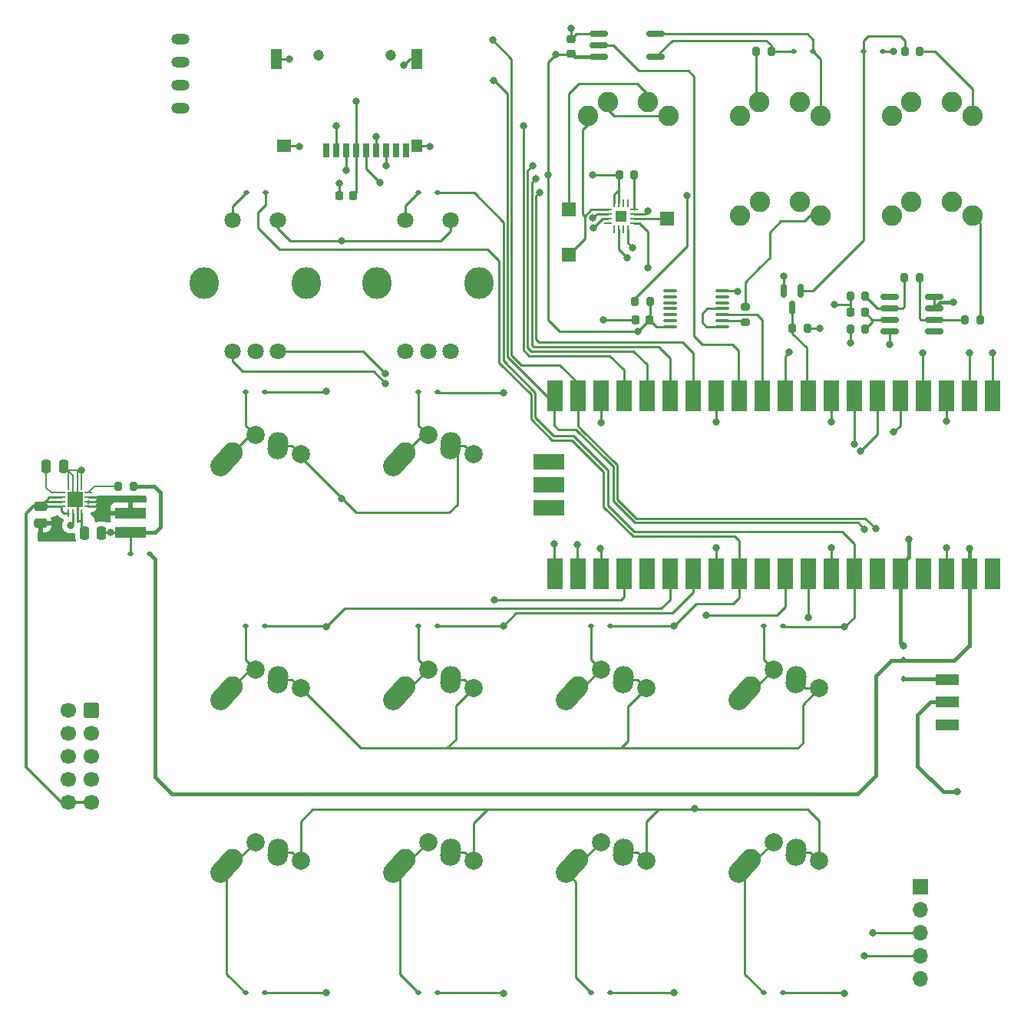
<source format=gbr>
%TF.GenerationSoftware,KiCad,Pcbnew,7.0.2*%
%TF.CreationDate,2023-07-16T23:26:32-06:00*%
%TF.ProjectId,dc31,64633331-2e6b-4696-9361-645f70636258,rev?*%
%TF.SameCoordinates,Original*%
%TF.FileFunction,Copper,L1,Top*%
%TF.FilePolarity,Positive*%
%FSLAX46Y46*%
G04 Gerber Fmt 4.6, Leading zero omitted, Abs format (unit mm)*
G04 Created by KiCad (PCBNEW 7.0.2) date 2023-07-16 23:26:32*
%MOMM*%
%LPD*%
G01*
G04 APERTURE LIST*
G04 Aperture macros list*
%AMRoundRect*
0 Rectangle with rounded corners*
0 $1 Rounding radius*
0 $2 $3 $4 $5 $6 $7 $8 $9 X,Y pos of 4 corners*
0 Add a 4 corners polygon primitive as box body*
4,1,4,$2,$3,$4,$5,$6,$7,$8,$9,$2,$3,0*
0 Add four circle primitives for the rounded corners*
1,1,$1+$1,$2,$3*
1,1,$1+$1,$4,$5*
1,1,$1+$1,$6,$7*
1,1,$1+$1,$8,$9*
0 Add four rect primitives between the rounded corners*
20,1,$1+$1,$2,$3,$4,$5,0*
20,1,$1+$1,$4,$5,$6,$7,0*
20,1,$1+$1,$6,$7,$8,$9,0*
20,1,$1+$1,$8,$9,$2,$3,0*%
%AMHorizOval*
0 Thick line with rounded ends*
0 $1 width*
0 $2 $3 position (X,Y) of the first rounded end (center of the circle)*
0 $4 $5 position (X,Y) of the second rounded end (center of the circle)*
0 Add line between two ends*
20,1,$1,$2,$3,$4,$5,0*
0 Add two circle primitives to create the rounded ends*
1,1,$1,$2,$3*
1,1,$1,$4,$5*%
G04 Aperture macros list end*
%TA.AperFunction,ComponentPad*%
%ADD10O,1.700000X1.700000*%
%TD*%
%TA.AperFunction,ComponentPad*%
%ADD11R,1.700000X1.700000*%
%TD*%
%TA.AperFunction,ComponentPad*%
%ADD12C,1.800000*%
%TD*%
%TA.AperFunction,ComponentPad*%
%ADD13O,3.200000X3.500000*%
%TD*%
%TA.AperFunction,ComponentPad*%
%ADD14HorizOval,2.250000X0.025506X0.374132X-0.025506X-0.374132X0*%
%TD*%
%TA.AperFunction,ComponentPad*%
%ADD15C,2.000000*%
%TD*%
%TA.AperFunction,ComponentPad*%
%ADD16HorizOval,2.250000X0.654995X0.730004X-0.654995X-0.730004X0*%
%TD*%
%TA.AperFunction,ComponentPad*%
%ADD17C,2.250000*%
%TD*%
%TA.AperFunction,SMDPad,CuDef*%
%ADD18R,2.500000X1.250000*%
%TD*%
%TA.AperFunction,WasherPad*%
%ADD19C,1.200000*%
%TD*%
%TA.AperFunction,SMDPad,CuDef*%
%ADD20R,0.700000X1.600000*%
%TD*%
%TA.AperFunction,SMDPad,CuDef*%
%ADD21R,1.200000X1.400000*%
%TD*%
%TA.AperFunction,SMDPad,CuDef*%
%ADD22R,1.200000X2.200000*%
%TD*%
%TA.AperFunction,SMDPad,CuDef*%
%ADD23R,1.600000X1.400000*%
%TD*%
%TA.AperFunction,ComponentPad*%
%ADD24O,2.000000X1.200000*%
%TD*%
%TA.AperFunction,SMDPad,CuDef*%
%ADD25RoundRect,0.112500X0.187500X0.112500X-0.187500X0.112500X-0.187500X-0.112500X0.187500X-0.112500X0*%
%TD*%
%TA.AperFunction,SMDPad,CuDef*%
%ADD26RoundRect,0.200000X-0.200000X-0.275000X0.200000X-0.275000X0.200000X0.275000X-0.200000X0.275000X0*%
%TD*%
%TA.AperFunction,SMDPad,CuDef*%
%ADD27RoundRect,0.250000X-0.250000X-0.475000X0.250000X-0.475000X0.250000X0.475000X-0.250000X0.475000X0*%
%TD*%
%TA.AperFunction,SMDPad,CuDef*%
%ADD28R,3.500000X1.700000*%
%TD*%
%TA.AperFunction,SMDPad,CuDef*%
%ADD29R,1.700000X3.500000*%
%TD*%
%TA.AperFunction,SMDPad,CuDef*%
%ADD30RoundRect,0.160000X0.840000X0.160000X-0.840000X0.160000X-0.840000X-0.160000X0.840000X-0.160000X0*%
%TD*%
%TA.AperFunction,SMDPad,CuDef*%
%ADD31RoundRect,0.225000X0.250000X-0.225000X0.250000X0.225000X-0.250000X0.225000X-0.250000X-0.225000X0*%
%TD*%
%TA.AperFunction,SMDPad,CuDef*%
%ADD32RoundRect,0.200000X0.200000X0.275000X-0.200000X0.275000X-0.200000X-0.275000X0.200000X-0.275000X0*%
%TD*%
%TA.AperFunction,SMDPad,CuDef*%
%ADD33RoundRect,0.150000X-0.150000X0.587500X-0.150000X-0.587500X0.150000X-0.587500X0.150000X0.587500X0*%
%TD*%
%TA.AperFunction,SMDPad,CuDef*%
%ADD34RoundRect,0.150000X-0.825000X-0.150000X0.825000X-0.150000X0.825000X0.150000X-0.825000X0.150000X0*%
%TD*%
%TA.AperFunction,SMDPad,CuDef*%
%ADD35R,3.400000X1.300000*%
%TD*%
%TA.AperFunction,SMDPad,CuDef*%
%ADD36R,1.500000X1.500000*%
%TD*%
%TA.AperFunction,SMDPad,CuDef*%
%ADD37RoundRect,0.112500X-0.112500X0.187500X-0.112500X-0.187500X0.112500X-0.187500X0.112500X0.187500X0*%
%TD*%
%TA.AperFunction,SMDPad,CuDef*%
%ADD38RoundRect,0.225000X0.225000X0.250000X-0.225000X0.250000X-0.225000X-0.250000X0.225000X-0.250000X0*%
%TD*%
%TA.AperFunction,SMDPad,CuDef*%
%ADD39RoundRect,0.062500X0.350000X0.062500X-0.350000X0.062500X-0.350000X-0.062500X0.350000X-0.062500X0*%
%TD*%
%TA.AperFunction,SMDPad,CuDef*%
%ADD40RoundRect,0.062500X0.062500X0.350000X-0.062500X0.350000X-0.062500X-0.350000X0.062500X-0.350000X0*%
%TD*%
%TA.AperFunction,ComponentPad*%
%ADD41C,0.500000*%
%TD*%
%TA.AperFunction,SMDPad,CuDef*%
%ADD42R,1.680000X1.680000*%
%TD*%
%TA.AperFunction,SMDPad,CuDef*%
%ADD43RoundRect,0.200000X-0.275000X0.200000X-0.275000X-0.200000X0.275000X-0.200000X0.275000X0.200000X0*%
%TD*%
%TA.AperFunction,SMDPad,CuDef*%
%ADD44R,1.230000X1.230000*%
%TD*%
%TA.AperFunction,SMDPad,CuDef*%
%ADD45RoundRect,0.100000X0.637500X0.100000X-0.637500X0.100000X-0.637500X-0.100000X0.637500X-0.100000X0*%
%TD*%
%TA.AperFunction,SMDPad,CuDef*%
%ADD46RoundRect,0.250000X-0.475000X0.250000X-0.475000X-0.250000X0.475000X-0.250000X0.475000X0.250000X0*%
%TD*%
%TA.AperFunction,SMDPad,CuDef*%
%ADD47RoundRect,0.250000X0.250000X0.475000X-0.250000X0.475000X-0.250000X-0.475000X0.250000X-0.475000X0*%
%TD*%
%TA.AperFunction,SMDPad,CuDef*%
%ADD48RoundRect,0.225000X-0.225000X-0.250000X0.225000X-0.250000X0.225000X0.250000X-0.225000X0.250000X0*%
%TD*%
%TA.AperFunction,ComponentPad*%
%ADD49RoundRect,0.250000X0.600000X0.600000X-0.600000X0.600000X-0.600000X-0.600000X0.600000X-0.600000X0*%
%TD*%
%TA.AperFunction,ComponentPad*%
%ADD50C,1.700000*%
%TD*%
%TA.AperFunction,SMDPad,CuDef*%
%ADD51RoundRect,0.112500X-0.187500X-0.112500X0.187500X-0.112500X0.187500X0.112500X-0.187500X0.112500X0*%
%TD*%
%TA.AperFunction,ViaPad*%
%ADD52C,0.800000*%
%TD*%
%TA.AperFunction,Conductor*%
%ADD53C,0.381000*%
%TD*%
%TA.AperFunction,Conductor*%
%ADD54C,0.254000*%
%TD*%
%TA.AperFunction,Conductor*%
%ADD55C,0.203200*%
%TD*%
%TA.AperFunction,Conductor*%
%ADD56C,0.304800*%
%TD*%
G04 APERTURE END LIST*
D10*
%TO.P,J3,5,Pin_5*%
%TO.N,RGB*%
X197070000Y-147299600D03*
%TO.P,J3,4,Pin_4*%
%TO.N,SCL*%
X197070000Y-144759600D03*
%TO.P,J3,3,Pin_3*%
%TO.N,SDA*%
X197070000Y-142219600D03*
%TO.P,J3,2,Pin_2*%
%TO.N,GND*%
X197070000Y-139679600D03*
D11*
%TO.P,J3,1,Pin_1*%
%TO.N,+3V3*%
X197070000Y-137139600D03*
%TD*%
D12*
%TO.P,SW12,S2,S2*%
%TO.N,C2*%
X145260000Y-63560000D03*
%TO.P,SW12,S1,S1*%
%TO.N,ENC2_SW*%
X140260000Y-63560000D03*
%TO.P,SW12,C,C*%
%TO.N,GND*%
X142760000Y-78060000D03*
%TO.P,SW12,B,B*%
%TO.N,ENC2_B*%
X145260000Y-78060000D03*
%TO.P,SW12,A,A*%
%TO.N,ENC2_A*%
X140260000Y-78060000D03*
D13*
%TO.P,SW12,1*%
%TO.N,N/C*%
X148360000Y-70560000D03*
X137160000Y-70560000D03*
%TD*%
%TO.P,SW11,1*%
%TO.N,N/C*%
X118110000Y-70560000D03*
X129310000Y-70560000D03*
D12*
%TO.P,SW11,A,A*%
%TO.N,ENC1_A*%
X121210000Y-78060000D03*
%TO.P,SW11,B,B*%
%TO.N,ENC1_B*%
X126210000Y-78060000D03*
%TO.P,SW11,C,C*%
%TO.N,GND*%
X123710000Y-78060000D03*
%TO.P,SW11,S1,S1*%
%TO.N,ENC1_SW*%
X121210000Y-63560000D03*
%TO.P,SW11,S2,S2*%
%TO.N,C2*%
X126210000Y-63560000D03*
%TD*%
D14*
%TO.P,SW1,1,1*%
%TO.N,C0*%
X126220000Y-114330000D03*
D15*
X128710000Y-115280000D03*
D16*
%TO.P,SW1,2,2*%
%TO.N,Net-(D1-A)*%
X120554995Y-115809996D03*
D17*
X121210000Y-115080000D03*
D15*
X123710000Y-113180000D03*
%TD*%
D14*
%TO.P,SW8,1,1*%
%TO.N,C1*%
X183370000Y-133380000D03*
D15*
X185860000Y-134330000D03*
D16*
%TO.P,SW8,2,2*%
%TO.N,Net-(D8-A)*%
X177704995Y-134859996D03*
D17*
X178360000Y-134130000D03*
D15*
X180860000Y-132230000D03*
%TD*%
D14*
%TO.P,SW7,1,1*%
%TO.N,C1*%
X164320000Y-133380000D03*
D15*
X166810000Y-134330000D03*
D16*
%TO.P,SW7,2,2*%
%TO.N,Net-(D7-A)*%
X158654995Y-134859996D03*
D17*
X159310000Y-134130000D03*
D15*
X161810000Y-132230000D03*
%TD*%
D14*
%TO.P,SW3,1,1*%
%TO.N,C0*%
X164320000Y-114330000D03*
D15*
X166810000Y-115280000D03*
D16*
%TO.P,SW3,2,2*%
%TO.N,Net-(D3-A)*%
X158654995Y-115809996D03*
D17*
X159310000Y-115080000D03*
D15*
X161810000Y-113180000D03*
%TD*%
D14*
%TO.P,SW2,1,1*%
%TO.N,C0*%
X145270000Y-114330000D03*
D15*
X147760000Y-115280000D03*
D16*
%TO.P,SW2,2,2*%
%TO.N,Net-(D2-A)*%
X139604995Y-115809996D03*
D17*
X140260000Y-115080000D03*
D15*
X142760000Y-113180000D03*
%TD*%
D14*
%TO.P,SW5,1,1*%
%TO.N,C1*%
X126220000Y-133380000D03*
D15*
X128710000Y-134330000D03*
D16*
%TO.P,SW5,2,2*%
%TO.N,Net-(D5-A)*%
X120554995Y-134859996D03*
D17*
X121210000Y-134130000D03*
D15*
X123710000Y-132230000D03*
%TD*%
D14*
%TO.P,SW9,1,1*%
%TO.N,C2*%
X126220000Y-88490000D03*
D15*
X128710000Y-89440000D03*
D16*
%TO.P,SW9,2,2*%
%TO.N,Net-(D9-A)*%
X120554995Y-89969996D03*
D17*
X121210000Y-89240000D03*
D15*
X123710000Y-87340000D03*
%TD*%
D14*
%TO.P,SW4,1,1*%
%TO.N,C0*%
X183370000Y-114330000D03*
D15*
X185860000Y-115280000D03*
D16*
%TO.P,SW4,2,2*%
%TO.N,Net-(D4-A)*%
X177704995Y-115809996D03*
D17*
X178360000Y-115080000D03*
D15*
X180860000Y-113180000D03*
%TD*%
D14*
%TO.P,SW6,1,1*%
%TO.N,C1*%
X145270000Y-133380000D03*
D15*
X147760000Y-134330000D03*
D16*
%TO.P,SW6,2,2*%
%TO.N,Net-(D6-A)*%
X139604995Y-134859996D03*
D17*
X140260000Y-134130000D03*
D15*
X142760000Y-132230000D03*
%TD*%
D14*
%TO.P,SW10,1,1*%
%TO.N,C2*%
X145270000Y-88490000D03*
D15*
X147760000Y-89440000D03*
D16*
%TO.P,SW10,2,2*%
%TO.N,Net-(D10-A)*%
X139604995Y-89969996D03*
D17*
X140260000Y-89240000D03*
D15*
X142760000Y-87340000D03*
%TD*%
D17*
%TO.P,J6,1*%
%TO.N,GND*%
X177175895Y-63080000D03*
%TO.P,J6,2*%
%TO.N,Net-(J6-Pad2)*%
X186075895Y-63080000D03*
%TO.P,J6,3*%
%TO.N,Net-(J6-Pad3)*%
X179325895Y-61580000D03*
%TO.P,J6,4*%
%TO.N,unconnected-(J6-Pad4)*%
X183775895Y-61580000D03*
%TD*%
%TO.P,J2,1*%
%TO.N,GND*%
X193910000Y-63090000D03*
%TO.P,J2,2*%
%TO.N,Net-(J2-Pad2)*%
X202810000Y-63090000D03*
%TO.P,J2,3*%
%TO.N,unconnected-(J2-Pad3)*%
X196060000Y-61590000D03*
%TO.P,J2,4*%
%TO.N,unconnected-(J2-Pad4)*%
X200510000Y-61590000D03*
%TD*%
%TO.P,J8,1*%
%TO.N,Net-(U3-OUTP)*%
X160421790Y-52070000D03*
%TO.P,J8,2*%
%TO.N,Net-(U3-OUTN)*%
X169321790Y-52070000D03*
%TO.P,J8,3*%
X162571790Y-50570000D03*
%TO.P,J8,4*%
%TO.N,Net-(J8-Pad4)*%
X167021790Y-50570000D03*
%TD*%
%TO.P,J5,1*%
%TO.N,unconnected-(J5-Pad1)*%
X177165895Y-52070000D03*
%TO.P,J5,2*%
%TO.N,Net-(D16-A)*%
X186065895Y-52070000D03*
%TO.P,J5,3*%
%TO.N,Net-(J5-Pad3)*%
X179315895Y-50570000D03*
%TO.P,J5,4*%
%TO.N,unconnected-(J5-Pad4)*%
X183765895Y-50570000D03*
%TD*%
%TO.P,J4,1*%
%TO.N,GND*%
X193910000Y-52070000D03*
%TO.P,J4,2*%
%TO.N,Net-(J4-Pad2)*%
X202810000Y-52070000D03*
%TO.P,J4,3*%
%TO.N,unconnected-(J4-Pad3)*%
X196060000Y-50570000D03*
%TO.P,J4,4*%
%TO.N,unconnected-(J4-Pad4)*%
X200510000Y-50570000D03*
%TD*%
D18*
%TO.P,SW14,1,A*%
%TO.N,unconnected-(SW14-A-Pad1)*%
X199985000Y-119270000D03*
%TO.P,SW14,2,B*%
%TO.N,Net-(SW14-B)*%
X199985000Y-116770000D03*
%TO.P,SW14,3,C*%
%TO.N,Net-(D15-A)*%
X199985000Y-114270000D03*
%TD*%
D19*
%TO.P,J9,*%
%TO.N,*%
X138670000Y-45420000D03*
X130690000Y-45420000D03*
D20*
%TO.P,J9,1,NC*%
%TO.N,unconnected-(J9-NC-Pad1)*%
X131540000Y-55920000D03*
%TO.P,J9,2,/CS*%
%TO.N,SD_CS*%
X132640000Y-55920000D03*
%TO.P,J9,3,DI*%
%TO.N,SD_MOSI*%
X133740000Y-55920000D03*
%TO.P,J9,4,VDD*%
%TO.N,+3V3*%
X134840000Y-55920000D03*
%TO.P,J9,5,CLK*%
%TO.N,SD_SCK*%
X135940000Y-55920000D03*
%TO.P,J9,6,VSS*%
%TO.N,GND*%
X137040000Y-55920000D03*
%TO.P,J9,7,DO*%
%TO.N,SD_MISO*%
X138140000Y-55920000D03*
%TO.P,J9,8,RSV*%
%TO.N,unconnected-(J9-RSV-Pad8)*%
X139240000Y-55920000D03*
%TO.P,J9,9,Cd*%
%TO.N,unconnected-(J9-Cd-Pad9)*%
X140340000Y-55920000D03*
D21*
%TO.P,J9,10,SHIELD*%
%TO.N,GND*%
X141490000Y-55420000D03*
D22*
X141490000Y-45820000D03*
D23*
X126890000Y-55420000D03*
D22*
X125990000Y-45820000D03*
%TD*%
D24*
%TO.P,J1,1,Pin_1*%
%TO.N,GND*%
X115480000Y-51190000D03*
%TO.P,J1,2,Pin_2*%
%TO.N,+3V3*%
X115480000Y-48650000D03*
%TO.P,J1,3,Pin_3*%
%TO.N,SCL*%
X115480000Y-46110000D03*
%TO.P,J1,4,Pin_4*%
%TO.N,SDA*%
X115480000Y-43570000D03*
%TD*%
D25*
%TO.P,D11,1,K*%
%TO.N,R2*%
X124837500Y-60540000D03*
%TO.P,D11,2,A*%
%TO.N,ENC1_SW*%
X122737500Y-60540000D03*
%TD*%
D26*
%TO.P,R11,2*%
%TO.N,+5V*%
X110275000Y-92990000D03*
%TO.P,R11,1*%
%TO.N,Net-(U6-PG)*%
X108625000Y-92990000D03*
%TD*%
D27*
%TO.P,C3,1*%
%TO.N,Net-(U6-SS{slash}TR)*%
X100640000Y-90750000D03*
%TO.P,C3,2*%
%TO.N,GND*%
X102540000Y-90750000D03*
%TD*%
D25*
%TO.P,D2,1,K*%
%TO.N,R1*%
X143787500Y-108380000D03*
%TO.P,D2,2,A*%
%TO.N,Net-(D2-A)*%
X141687500Y-108380000D03*
%TD*%
D28*
%TO.P,U1,43,SWDIO*%
%TO.N,unconnected-(U1-SWDIO-Pad43)*%
X156070000Y-95350000D03*
%TO.P,U1,42,GND*%
%TO.N,unconnected-(U1-GND-Pad42)*%
X156070000Y-92810000D03*
%TO.P,U1,41,SWCLK*%
%TO.N,unconnected-(U1-SWCLK-Pad41)*%
X156070000Y-90270000D03*
D29*
%TO.P,U1,40,VBUS*%
%TO.N,unconnected-(U1-VBUS-Pad40)*%
X205000000Y-102600000D03*
%TO.P,U1,39,VSYS*%
%TO.N,VCC*%
X202460000Y-102600000D03*
%TO.P,U1,38,GND*%
%TO.N,GND*%
X199920000Y-102600000D03*
%TO.P,U1,37,3V3_EN*%
%TO.N,unconnected-(U1-3V3_EN-Pad37)*%
X197380000Y-102600000D03*
%TO.P,U1,36,3V3*%
%TO.N,+3V3*%
X194840000Y-102600000D03*
%TO.P,U1,35,ADC_VREF*%
%TO.N,unconnected-(U1-ADC_VREF-Pad35)*%
X192300000Y-102600000D03*
%TO.P,U1,34,GPIO28_ADC2*%
%TO.N,R3*%
X189760000Y-102600000D03*
%TO.P,U1,33,AGND*%
%TO.N,GND*%
X187220000Y-102600000D03*
%TO.P,U1,32,GPIO27_ADC1*%
%TO.N,C0*%
X184680000Y-102600000D03*
%TO.P,U1,31,GPIO26_ADC0*%
%TO.N,C1*%
X182140000Y-102600000D03*
%TO.P,U1,30,RUN*%
%TO.N,unconnected-(U1-RUN-Pad30)*%
X179600000Y-102600000D03*
%TO.P,U1,29,GPIO22*%
%TO.N,R2*%
X177060000Y-102600000D03*
%TO.P,U1,28,GND*%
%TO.N,GND*%
X174520000Y-102600000D03*
%TO.P,U1,27,GPIO21*%
%TO.N,R1*%
X171980000Y-102600000D03*
%TO.P,U1,26,GPIO20*%
%TO.N,R0*%
X169440000Y-102600000D03*
%TO.P,U1,25,GPIO19*%
%TO.N,unconnected-(U1-GPIO19-Pad25)*%
X166900000Y-102600000D03*
%TO.P,U1,24,GPIO18*%
%TO.N,C2*%
X164360000Y-102600000D03*
%TO.P,U1,23,GND*%
%TO.N,GND*%
X161820000Y-102600000D03*
%TO.P,U1,22,GPIO17*%
%TO.N,ENC1_B*%
X159280000Y-102600000D03*
%TO.P,U1,21,GPIO16*%
%TO.N,ENC1_A*%
X156740000Y-102600000D03*
%TO.P,U1,20,GPIO15*%
%TO.N,SCL*%
X156740000Y-83020000D03*
%TO.P,U1,19,GPIO14*%
%TO.N,SDA*%
X159280000Y-83020000D03*
%TO.P,U1,18,GND*%
%TO.N,GND*%
X161820000Y-83020000D03*
%TO.P,U1,17,GPIO13*%
%TO.N,SD_CS*%
X164360000Y-83020000D03*
%TO.P,U1,16,GPIO12*%
%TO.N,SD_MISO*%
X166900000Y-83020000D03*
%TO.P,U1,15,GPIO11*%
%TO.N,SD_MOSI*%
X169440000Y-83020000D03*
%TO.P,U1,14,GPIO10*%
%TO.N,SD_SCK*%
X171980000Y-83020000D03*
%TO.P,U1,13,GND*%
%TO.N,GND*%
X174520000Y-83020000D03*
%TO.P,U1,12,GPIO9*%
%TO.N,MIDI_IN*%
X177060000Y-83020000D03*
%TO.P,U1,11,GPIO8*%
%TO.N,MIDI_OUT*%
X179600000Y-83020000D03*
%TO.P,U1,10,GPIO7*%
%TO.N,SYNC_OUT*%
X182140000Y-83020000D03*
%TO.P,U1,9,GPIO6*%
%TO.N,SYNC_IN*%
X184680000Y-83020000D03*
%TO.P,U1,8,GND*%
%TO.N,GND*%
X187220000Y-83020000D03*
%TO.P,U1,7,GPIO5*%
%TO.N,ENC2_B*%
X189760000Y-83020000D03*
%TO.P,U1,6,GPIO4*%
%TO.N,ENC2_A*%
X192300000Y-83020000D03*
%TO.P,U1,5,GPIO3*%
%TO.N,RGB*%
X194840000Y-83020000D03*
%TO.P,U1,4,GPIO2*%
%TO.N,I2S_DIN*%
X197380000Y-83020000D03*
%TO.P,U1,3,GND*%
%TO.N,GND*%
X199920000Y-83020000D03*
%TO.P,U1,2,GPIO1*%
%TO.N,I2S_LRCLK*%
X202460000Y-83020000D03*
%TO.P,U1,1,GPIO0*%
%TO.N,I2S_BCLK*%
X205000000Y-83020000D03*
%TD*%
D25*
%TO.P,D14,1,K*%
%TO.N,VCC*%
X112070000Y-100410000D03*
%TO.P,D14,2,A*%
%TO.N,+5V*%
X109970000Y-100410000D03*
%TD*%
%TO.P,D4,1,K*%
%TO.N,R3*%
X181887500Y-108380000D03*
%TO.P,D4,2,A*%
%TO.N,Net-(D4-A)*%
X179787500Y-108380000D03*
%TD*%
D30*
%TO.P,U5,1*%
%TO.N,Net-(D16-K)*%
X167870000Y-45590000D03*
%TO.P,U5,3*%
%TO.N,Net-(D16-A)*%
X167870000Y-43050000D03*
%TO.P,U5,4,GND*%
%TO.N,GND*%
X161570000Y-43050000D03*
%TO.P,U5,5*%
%TO.N,MIDI_IN*%
X161570000Y-44320000D03*
%TO.P,U5,6,VCC*%
%TO.N,+3V3*%
X161570000Y-45590000D03*
%TD*%
D31*
%TO.P,C5,1*%
%TO.N,+3V3*%
X158570000Y-45195000D03*
%TO.P,C5,2*%
%TO.N,GND*%
X158570000Y-43645000D03*
%TD*%
D26*
%TO.P,R7,1*%
%TO.N,+3V3*%
X163835000Y-58570000D03*
%TO.P,R7,2*%
%TO.N,Net-(U3-~{SD_MODE})*%
X165485000Y-58570000D03*
%TD*%
D32*
%TO.P,R2,1*%
%TO.N,Net-(R1-Pad2)*%
X196975000Y-69980000D03*
%TO.P,R2,2*%
%TO.N,Net-(U2--)*%
X195325000Y-69980000D03*
%TD*%
D33*
%TO.P,Q1,1,B*%
%TO.N,Net-(D13-K)*%
X183870000Y-71352500D03*
%TO.P,Q1,2,E*%
%TO.N,GND*%
X181970000Y-71352500D03*
%TO.P,Q1,3,C*%
%TO.N,SYNC_IN*%
X182920000Y-73227500D03*
%TD*%
D32*
%TO.P,R1,1*%
%TO.N,Net-(J2-Pad2)*%
X203650000Y-74605000D03*
%TO.P,R1,2*%
%TO.N,Net-(R1-Pad2)*%
X202000000Y-74605000D03*
%TD*%
D34*
%TO.P,U2,1,NC*%
%TO.N,unconnected-(U2-NC-Pad1)*%
X193660000Y-72050000D03*
%TO.P,U2,2,-*%
%TO.N,Net-(U2--)*%
X193660000Y-73320000D03*
%TO.P,U2,3,+*%
%TO.N,Net-(U2-+)*%
X193660000Y-74590000D03*
%TO.P,U2,4,V-*%
%TO.N,GND*%
X193660000Y-75860000D03*
%TO.P,U2,5,NC*%
%TO.N,unconnected-(U2-NC-Pad5)*%
X198610000Y-75860000D03*
%TO.P,U2,6*%
%TO.N,Net-(R1-Pad2)*%
X198610000Y-74590000D03*
%TO.P,U2,7,V+*%
%TO.N,VCC*%
X198610000Y-73320000D03*
%TO.P,U2,8,~{SHDN}*%
X198610000Y-72050000D03*
%TD*%
D25*
%TO.P,D5,1,K*%
%TO.N,R0*%
X124737500Y-148880000D03*
%TO.P,D5,2,A*%
%TO.N,Net-(D5-A)*%
X122637500Y-148880000D03*
%TD*%
D35*
%TO.P,L1,1*%
%TO.N,Net-(L1-Pad1)*%
X109970000Y-95930000D03*
%TO.P,L1,2*%
%TO.N,+5V*%
X109970000Y-98030000D03*
%TD*%
D36*
%TO.P,TP4,1,1*%
%TO.N,Net-(U3-OUTP)*%
X158290000Y-67370000D03*
%TD*%
D25*
%TO.P,D10,1,K*%
%TO.N,R1*%
X143810000Y-82540000D03*
%TO.P,D10,2,A*%
%TO.N,Net-(D10-A)*%
X141710000Y-82540000D03*
%TD*%
D37*
%TO.P,D15,1,K*%
%TO.N,VCC*%
X195240000Y-112140000D03*
%TO.P,D15,2,A*%
%TO.N,Net-(D15-A)*%
X195240000Y-114240000D03*
%TD*%
D38*
%TO.P,C6,1*%
%TO.N,+3V3*%
X167180000Y-74590000D03*
%TO.P,C6,2*%
%TO.N,GND*%
X165630000Y-74590000D03*
%TD*%
D39*
%TO.P,U6,1,SW*%
%TO.N,Net-(L1-Pad1)*%
X105272500Y-95187500D03*
%TO.P,U6,2,SW*%
X105272500Y-94687500D03*
%TO.P,U6,3,SW*%
X105272500Y-94187500D03*
%TO.P,U6,4,PG*%
%TO.N,Net-(U6-PG)*%
X105272500Y-93687500D03*
D40*
%TO.P,U6,5,FB*%
%TO.N,GND*%
X104560000Y-92975000D03*
%TO.P,U6,6,AGND*%
X104060000Y-92975000D03*
%TO.P,U6,7,FSW*%
X103560000Y-92975000D03*
%TO.P,U6,8,DEF*%
X103060000Y-92975000D03*
D39*
%TO.P,U6,9,SS/TR*%
%TO.N,Net-(U6-SS{slash}TR)*%
X102347500Y-93687500D03*
%TO.P,U6,10,AVIN*%
%TO.N,+12V*%
X102347500Y-94187500D03*
%TO.P,U6,11,PVIN*%
X102347500Y-94687500D03*
%TO.P,U6,12,PVIN*%
X102347500Y-95187500D03*
D40*
%TO.P,U6,13,EN*%
X103060000Y-95900000D03*
%TO.P,U6,14,VOS*%
%TO.N,+5V*%
X103560000Y-95900000D03*
%TO.P,U6,15,PGND*%
%TO.N,GND*%
X104060000Y-95900000D03*
%TO.P,U6,16,PGND*%
X104560000Y-95900000D03*
D41*
%TO.P,U6,17,EP*%
X104400000Y-95027500D03*
X104400000Y-93847500D03*
D42*
X103810000Y-94437500D03*
D41*
X103220000Y-95027500D03*
X103220000Y-93847500D03*
%TD*%
D26*
%TO.P,R9,1*%
%TO.N,Net-(J6-Pad3)*%
X165580000Y-72550000D03*
%TO.P,R9,2*%
%TO.N,+3V3*%
X167230000Y-72550000D03*
%TD*%
D32*
%TO.P,R4,1*%
%TO.N,Net-(U2-+)*%
X190985000Y-75585000D03*
%TO.P,R4,2*%
%TO.N,SYNC_OUT*%
X189335000Y-75585000D03*
%TD*%
D36*
%TO.P,TP5,1,1*%
%TO.N,Net-(J8-Pad4)*%
X158260000Y-62420000D03*
%TD*%
D26*
%TO.P,R3,1*%
%TO.N,GND*%
X189345000Y-71995000D03*
%TO.P,R3,2*%
%TO.N,Net-(U2--)*%
X190995000Y-71995000D03*
%TD*%
D25*
%TO.P,D8,1,K*%
%TO.N,R3*%
X181887500Y-148880000D03*
%TO.P,D8,2,A*%
%TO.N,Net-(D8-A)*%
X179787500Y-148880000D03*
%TD*%
D36*
%TO.P,TP1,1,1*%
%TO.N,Net-(U3-GAIN_SLOT)*%
X169130000Y-63410000D03*
%TD*%
D25*
%TO.P,D7,1,K*%
%TO.N,R2*%
X162837500Y-148880000D03*
%TO.P,D7,2,A*%
%TO.N,Net-(D7-A)*%
X160737500Y-148880000D03*
%TD*%
D43*
%TO.P,R8,1*%
%TO.N,Net-(J6-Pad2)*%
X177770000Y-73195000D03*
%TO.P,R8,2*%
%TO.N,Net-(R8-Pad2)*%
X177770000Y-74845000D03*
%TD*%
D39*
%TO.P,U3,1,DIN*%
%TO.N,I2S_DIN*%
X165457500Y-63920000D03*
%TO.P,U3,2,GAIN_SLOT*%
%TO.N,Net-(U3-GAIN_SLOT)*%
X165457500Y-63420000D03*
%TO.P,U3,3,GND*%
%TO.N,GND*%
X165457500Y-62920000D03*
%TO.P,U3,4,~{SD_MODE}*%
%TO.N,Net-(U3-~{SD_MODE})*%
X165457500Y-62420000D03*
D40*
%TO.P,U3,5,NC*%
%TO.N,unconnected-(U3-NC-Pad5)*%
X164770000Y-61732500D03*
%TO.P,U3,6,NC*%
%TO.N,unconnected-(U3-NC-Pad6)*%
X164270000Y-61732500D03*
%TO.P,U3,7,Vdd*%
%TO.N,+3V3*%
X163770000Y-61732500D03*
%TO.P,U3,8,Vdd*%
X163270000Y-61732500D03*
D39*
%TO.P,U3,9,OUTP*%
%TO.N,Net-(U3-OUTP)*%
X162582500Y-62420000D03*
%TO.P,U3,10,OUTN*%
%TO.N,Net-(U3-OUTN)*%
X162582500Y-62920000D03*
%TO.P,U3,11,GND*%
%TO.N,GND*%
X162582500Y-63420000D03*
%TO.P,U3,12,NC*%
%TO.N,unconnected-(U3-NC-Pad12)*%
X162582500Y-63920000D03*
D40*
%TO.P,U3,13,NC*%
%TO.N,unconnected-(U3-NC-Pad13)*%
X163270000Y-64607500D03*
%TO.P,U3,14,LRCLK*%
%TO.N,I2S_LRCLK*%
X163770000Y-64607500D03*
%TO.P,U3,15*%
%TO.N,N/C*%
X164270000Y-64607500D03*
%TO.P,U3,16,BCLK*%
%TO.N,I2S_BCLK*%
X164770000Y-64607500D03*
D44*
%TO.P,U3,17*%
%TO.N,N/C*%
X164020000Y-63170000D03*
%TD*%
D25*
%TO.P,D1,1,K*%
%TO.N,R0*%
X124737500Y-108380000D03*
%TO.P,D1,2,A*%
%TO.N,Net-(D1-A)*%
X122637500Y-108380000D03*
%TD*%
D45*
%TO.P,U4,1*%
%TO.N,Net-(U4-Pad1)*%
X175225000Y-75320000D03*
%TO.P,U4,2*%
%TO.N,Net-(R8-Pad2)*%
X175225000Y-74670000D03*
%TO.P,U4,3*%
%TO.N,MIDI_OUT*%
X175225000Y-74020000D03*
%TO.P,U4,4*%
%TO.N,Net-(U4-Pad1)*%
X175225000Y-73370000D03*
%TO.P,U4,5*%
%TO.N,N/C*%
X175225000Y-72720000D03*
%TO.P,U4,6*%
X175225000Y-72070000D03*
%TO.P,U4,7,GND*%
%TO.N,GND*%
X175225000Y-71420000D03*
%TO.P,U4,8*%
%TO.N,N/C*%
X169500000Y-71420000D03*
%TO.P,U4,9*%
X169500000Y-72070000D03*
%TO.P,U4,10*%
X169500000Y-72720000D03*
%TO.P,U4,11*%
X169500000Y-73370000D03*
%TO.P,U4,12*%
X169500000Y-74020000D03*
%TO.P,U4,13*%
X169500000Y-74670000D03*
%TO.P,U4,14,VCC*%
%TO.N,+3V3*%
X169500000Y-75320000D03*
%TD*%
D25*
%TO.P,D9,1,K*%
%TO.N,R0*%
X124740000Y-82530000D03*
%TO.P,D9,2,A*%
%TO.N,Net-(D9-A)*%
X122640000Y-82530000D03*
%TD*%
D46*
%TO.P,C2,1*%
%TO.N,+12V*%
X100000000Y-95160000D03*
%TO.P,C2,2*%
%TO.N,GND*%
X100000000Y-97060000D03*
%TD*%
D25*
%TO.P,D6,1,K*%
%TO.N,R1*%
X143787500Y-148880000D03*
%TO.P,D6,2,A*%
%TO.N,Net-(D6-A)*%
X141687500Y-148880000D03*
%TD*%
%TO.P,D12,1,K*%
%TO.N,R3*%
X143770000Y-60580000D03*
%TO.P,D12,2,A*%
%TO.N,ENC2_SW*%
X141670000Y-60580000D03*
%TD*%
%TO.P,D3,1,K*%
%TO.N,R2*%
X162837500Y-108380000D03*
%TO.P,D3,2,A*%
%TO.N,Net-(D3-A)*%
X160737500Y-108380000D03*
%TD*%
D47*
%TO.P,C7,1*%
%TO.N,+5V*%
X106740000Y-98120000D03*
%TO.P,C7,2*%
%TO.N,GND*%
X104840000Y-98120000D03*
%TD*%
D48*
%TO.P,C4,1*%
%TO.N,GND*%
X132930000Y-60910000D03*
%TO.P,C4,2*%
%TO.N,+3V3*%
X134480000Y-60910000D03*
%TD*%
D26*
%TO.P,R6,1*%
%TO.N,SYNC_IN*%
X182945000Y-75530000D03*
%TO.P,R6,2*%
%TO.N,+3V3*%
X184595000Y-75530000D03*
%TD*%
D38*
%TO.P,C1,1*%
%TO.N,Net-(U2-+)*%
X190935000Y-73765000D03*
%TO.P,C1,2*%
%TO.N,GND*%
X189385000Y-73765000D03*
%TD*%
D32*
%TO.P,R5,1*%
%TO.N,Net-(J4-Pad2)*%
X197015000Y-44980000D03*
%TO.P,R5,2*%
%TO.N,Net-(D13-K)*%
X195365000Y-44980000D03*
%TD*%
D49*
%TO.P,J7,1,Pin_1*%
%TO.N,unconnected-(J7-Pin_1-Pad1)*%
X105587800Y-117703600D03*
D50*
%TO.P,J7,2,Pin_2*%
%TO.N,unconnected-(J7-Pin_2-Pad2)*%
X103047800Y-117703600D03*
%TO.P,J7,3,Pin_3*%
%TO.N,GND*%
X105587800Y-120243600D03*
%TO.P,J7,4,Pin_4*%
X103047800Y-120243600D03*
%TO.P,J7,5,Pin_5*%
X105587800Y-122783600D03*
%TO.P,J7,6,Pin_6*%
X103047800Y-122783600D03*
%TO.P,J7,7,Pin_7*%
X105587800Y-125323600D03*
%TO.P,J7,8,Pin_8*%
X103047800Y-125323600D03*
%TO.P,J7,9,Pin_9*%
%TO.N,+12V*%
X105587800Y-127863600D03*
%TO.P,J7,10,Pin_10*%
X103047800Y-127863600D03*
%TD*%
D26*
%TO.P,R10,1*%
%TO.N,Net-(J5-Pad3)*%
X178985000Y-44980000D03*
%TO.P,R10,2*%
%TO.N,Net-(D16-K)*%
X180635000Y-44980000D03*
%TD*%
D51*
%TO.P,D13,1,K*%
%TO.N,Net-(D13-K)*%
X190790000Y-44980000D03*
%TO.P,D13,2,A*%
%TO.N,GND*%
X192890000Y-44980000D03*
%TD*%
%TO.P,D16,1,K*%
%TO.N,Net-(D16-K)*%
X183130000Y-44980000D03*
%TO.P,D16,2,A*%
%TO.N,Net-(D16-A)*%
X185230000Y-44980000D03*
%TD*%
D52*
%TO.N,SDA*%
X191820800Y-142214600D03*
X192125600Y-97663000D03*
%TO.N,SCL*%
X190906400Y-97688400D03*
X190906400Y-144754600D03*
%TO.N,Net-(SW14-B)*%
X201142600Y-126669800D03*
%TO.N,+3V3*%
X195800000Y-98800000D03*
X185940000Y-75500000D03*
X165870000Y-75900000D03*
X155960000Y-58570000D03*
X160940000Y-58570000D03*
X134840000Y-50460000D03*
%TO.N,SD_MOSI*%
X133750000Y-58070000D03*
%TO.N,+3V3*%
X156820000Y-45290000D03*
X195210000Y-110590000D03*
%TO.N,RGB*%
X194110000Y-86990000D03*
%TO.N,VCC*%
X200690000Y-72650000D03*
X202470000Y-99790000D03*
%TO.N,ENC1_A*%
X156710000Y-99360000D03*
X138060000Y-81630000D03*
%TO.N,ENC1_B*%
X159220000Y-99390000D03*
X138090000Y-80560000D03*
%TO.N,ENC2_A*%
X190420000Y-89080000D03*
%TO.N,ENC2_B*%
X189740000Y-88310000D03*
%TO.N,C2*%
X133220000Y-65900000D03*
X133230000Y-94300000D03*
X150100000Y-105460000D03*
%TO.N,C1*%
X173430000Y-107220000D03*
X172160000Y-128530000D03*
%TO.N,GND*%
X132940000Y-59490000D03*
X142980000Y-55440000D03*
X137040000Y-54330000D03*
X128550000Y-55430000D03*
X140070000Y-46510000D03*
X127430000Y-45810000D03*
%TO.N,SD_SCK*%
X137490000Y-59450000D03*
X155050000Y-60550000D03*
%TO.N,SD_MOSI*%
X154630000Y-58980000D03*
%TO.N,SD_MISO*%
X138170000Y-57550000D03*
X154280000Y-57540000D03*
%TO.N,SD_CS*%
X132660000Y-53190000D03*
X153250000Y-53170000D03*
%TO.N,SDA*%
X149890000Y-43710000D03*
%TO.N,SCL*%
X149990000Y-48150000D03*
%TO.N,C0*%
X184670000Y-107490000D03*
%TO.N,R3*%
X188690000Y-108480000D03*
X188690000Y-148900000D03*
%TO.N,R2*%
X169880000Y-108340000D03*
X169880000Y-148860000D03*
%TO.N,R1*%
X151070000Y-108340000D03*
X151070000Y-82600000D03*
X151070000Y-148900000D03*
%TO.N,R0*%
X131560000Y-108430000D03*
X131560000Y-148860000D03*
X131560000Y-82460000D03*
%TO.N,Net-(J6-Pad3)*%
X171310000Y-60920000D03*
%TO.N,I2S_DIN*%
X197350000Y-78280000D03*
X167020000Y-68830000D03*
%TO.N,I2S_BCLK*%
X205020000Y-78250000D03*
X165340000Y-66600000D03*
%TO.N,I2S_LRCLK*%
X202500000Y-78220000D03*
X164690000Y-67730000D03*
%TO.N,GND*%
X199920000Y-99740000D03*
X187210000Y-99710000D03*
X174540000Y-99740000D03*
X161790000Y-99810000D03*
X161810000Y-85920000D03*
X174510000Y-85890000D03*
X187220000Y-85860000D03*
X199920000Y-85810000D03*
X193680000Y-77330000D03*
X182000000Y-69730000D03*
X187620000Y-72910000D03*
%TO.N,SYNC_OUT*%
X189320000Y-77140000D03*
X182550000Y-78130000D03*
%TO.N,GND*%
X176890000Y-71430000D03*
X162090000Y-74580000D03*
X166970000Y-62580000D03*
X160960000Y-64450000D03*
%TO.N,Net-(U3-OUTN)*%
X160950000Y-63370000D03*
%TO.N,GND*%
X158580000Y-42400000D03*
X194130000Y-44980000D03*
%TO.N,+5V*%
X103330000Y-97270000D03*
X107700000Y-98070000D03*
%TO.N,GND*%
X104560000Y-91180000D03*
X102620000Y-98550000D03*
X101530000Y-98550000D03*
X100480000Y-98560000D03*
%TD*%
D53*
%TO.N,Net-(SW14-B)*%
X201132400Y-126680000D02*
X201142600Y-126669800D01*
X199560000Y-126680000D02*
X201132400Y-126680000D01*
D54*
%TO.N,SDA*%
X197065000Y-142214600D02*
X197070000Y-142219600D01*
X191820800Y-142214600D02*
X197065000Y-142214600D01*
X190985800Y-96523200D02*
X192125600Y-97663000D01*
X163626800Y-94379348D02*
X165770652Y-96523200D01*
X163626800Y-90620148D02*
X163626800Y-94379348D01*
X165770652Y-96523200D02*
X190985800Y-96523200D01*
X159756826Y-86750174D02*
X163626800Y-90620148D01*
X159280000Y-86273348D02*
X159756826Y-86750174D01*
X159280000Y-83920000D02*
X159280000Y-86273348D01*
%TO.N,SCL*%
X197065000Y-144754600D02*
X197070000Y-144759600D01*
X190906400Y-144754600D02*
X197065000Y-144754600D01*
X190195200Y-96977200D02*
X190906400Y-97688400D01*
X165582600Y-96977200D02*
X190195200Y-96977200D01*
X163169600Y-93319600D02*
X163169600Y-94564200D01*
X163169600Y-94564200D02*
X165582600Y-96977200D01*
X163169600Y-90805000D02*
X163169600Y-93319600D01*
X162483800Y-90119200D02*
X163169600Y-90805000D01*
X159080200Y-86715600D02*
X162483800Y-90119200D01*
X156718000Y-86258400D02*
X157175200Y-86715600D01*
X158292800Y-86715600D02*
X159080200Y-86715600D01*
X156718000Y-83942000D02*
X156718000Y-86258400D01*
X157175200Y-86715600D02*
X158292800Y-86715600D01*
X156740000Y-83920000D02*
X156718000Y-83942000D01*
D53*
%TO.N,Net-(SW14-B)*%
X196760000Y-118180000D02*
X198170000Y-116770000D01*
X198170000Y-116770000D02*
X199985000Y-116770000D01*
X196760000Y-123880000D02*
X196760000Y-118180000D01*
X199560000Y-126680000D02*
X196760000Y-123880000D01*
%TO.N,Net-(D15-A)*%
X199955000Y-114240000D02*
X199985000Y-114270000D01*
X195240000Y-114240000D02*
X199955000Y-114240000D01*
D54*
%TO.N,+3V3*%
X163770000Y-60250000D02*
X163770000Y-58635000D01*
X163835000Y-58570000D02*
X160940000Y-58570000D01*
D55*
%TO.N,GND*%
X104060000Y-94187500D02*
X103810000Y-94437500D01*
X104060000Y-92975000D02*
X104060000Y-94187500D01*
X103560000Y-94187500D02*
X103810000Y-94437500D01*
X103560000Y-92975000D02*
X103560000Y-94187500D01*
D54*
X104060000Y-94687500D02*
X103810000Y-94437500D01*
X104060000Y-95900000D02*
X104060000Y-94687500D01*
D53*
%TO.N,+3V3*%
X195800000Y-100740000D02*
X195800000Y-98800000D01*
X194840000Y-101700000D02*
X195800000Y-100740000D01*
D54*
X184625000Y-75500000D02*
X184595000Y-75530000D01*
X185940000Y-75500000D02*
X184625000Y-75500000D01*
X155960000Y-58570000D02*
X155960000Y-74630000D01*
X155960000Y-46150000D02*
X155960000Y-58570000D01*
X165870000Y-75900000D02*
X167180000Y-74590000D01*
X157230000Y-75900000D02*
X165870000Y-75900000D01*
X155960000Y-74630000D02*
X157230000Y-75900000D01*
X156820000Y-45290000D02*
X155960000Y-46150000D01*
X134840000Y-55920000D02*
X134840000Y-50460000D01*
X134840000Y-60550000D02*
X134480000Y-60910000D01*
X134840000Y-55920000D02*
X134840000Y-60550000D01*
%TO.N,SD_MOSI*%
X133750000Y-58070000D02*
X133750000Y-55930000D01*
X133750000Y-55930000D02*
X133740000Y-55920000D01*
%TO.N,+3V3*%
X156820000Y-45290000D02*
X158475000Y-45290000D01*
X158475000Y-45290000D02*
X158570000Y-45195000D01*
D53*
X194840000Y-101700000D02*
X194840000Y-110220000D01*
X194840000Y-110220000D02*
X195210000Y-110590000D01*
D54*
%TO.N,RGB*%
X194840000Y-86260000D02*
X194110000Y-86990000D01*
X194840000Y-84170000D02*
X194840000Y-86260000D01*
X194840000Y-83920000D02*
X194840000Y-84170000D01*
D53*
%TO.N,VCC*%
X199280000Y-72650000D02*
X198610000Y-73320000D01*
X200690000Y-72650000D02*
X199280000Y-72650000D01*
X202460000Y-99800000D02*
X202470000Y-99790000D01*
X202460000Y-101700000D02*
X202460000Y-99800000D01*
X193840000Y-112170000D02*
X196970000Y-112170000D01*
X192160000Y-113850000D02*
X193840000Y-112170000D01*
X192160000Y-124880000D02*
X192160000Y-113850000D01*
X190150000Y-126890000D02*
X192160000Y-124880000D01*
X114480000Y-126890000D02*
X190150000Y-126890000D01*
X112670000Y-125080000D02*
X114480000Y-126890000D01*
X112670000Y-101010000D02*
X112670000Y-125080000D01*
X112070000Y-100410000D02*
X112670000Y-101010000D01*
D54*
%TO.N,+5V*%
X109970000Y-98030000D02*
X109970000Y-100410000D01*
D53*
X112650000Y-98030000D02*
X109970000Y-98030000D01*
X113210000Y-93650000D02*
X113210000Y-97470000D01*
X113210000Y-97470000D02*
X112650000Y-98030000D01*
X112550000Y-92990000D02*
X113210000Y-93650000D01*
X110275000Y-92990000D02*
X112550000Y-92990000D01*
D54*
%TO.N,ENC1_A*%
X156710000Y-101670000D02*
X156740000Y-101700000D01*
X156710000Y-99360000D02*
X156710000Y-101670000D01*
X122320000Y-80310000D02*
X136740000Y-80310000D01*
X136740000Y-80310000D02*
X138060000Y-81630000D01*
X121210000Y-79200000D02*
X122320000Y-80310000D01*
X121210000Y-78060000D02*
X121210000Y-79200000D01*
%TO.N,ENC1_B*%
X159220000Y-101640000D02*
X159280000Y-101700000D01*
X159220000Y-99390000D02*
X159220000Y-101640000D01*
X135590000Y-78060000D02*
X138090000Y-80560000D01*
X126210000Y-78060000D02*
X135590000Y-78060000D01*
%TO.N,ENC2_A*%
X192300000Y-87200000D02*
X192300000Y-83920000D01*
X190420000Y-89080000D02*
X192300000Y-87200000D01*
%TO.N,ENC2_B*%
X189740000Y-83940000D02*
X189760000Y-83920000D01*
X189740000Y-88310000D02*
X189740000Y-83940000D01*
%TO.N,R2*%
X176590000Y-98480000D02*
X177060000Y-98950000D01*
X162136000Y-95248052D02*
X165367948Y-98480000D01*
X162136000Y-91348052D02*
X162136000Y-95248052D01*
X158637948Y-87850000D02*
X162136000Y-91348052D01*
X156417948Y-87850000D02*
X158637948Y-87850000D01*
X154106000Y-85538052D02*
X156417948Y-87850000D01*
X154106000Y-82818052D02*
X154106000Y-85538052D01*
X177060000Y-98950000D02*
X177060000Y-101700000D01*
X150602000Y-79314052D02*
X154106000Y-82818052D01*
X150602000Y-68062000D02*
X150602000Y-79314052D01*
X149350000Y-66810000D02*
X150602000Y-68062000D01*
X126350000Y-66810000D02*
X149350000Y-66810000D01*
X124010000Y-64470000D02*
X126350000Y-66810000D01*
X124010000Y-62760000D02*
X124010000Y-64470000D01*
X124837500Y-61932500D02*
X124010000Y-62760000D01*
X165367948Y-98480000D02*
X176590000Y-98480000D01*
X124837500Y-60540000D02*
X124837500Y-61932500D01*
%TO.N,R3*%
X189760000Y-99360000D02*
X189760000Y-101700000D01*
X188390000Y-97990000D02*
X189760000Y-99360000D01*
X162590000Y-95060000D02*
X165520000Y-97990000D01*
X165520000Y-97990000D02*
X188390000Y-97990000D01*
X162590000Y-91160000D02*
X162590000Y-95060000D01*
X156590000Y-87380000D02*
X158810000Y-87380000D01*
X151056000Y-79126000D02*
X154560000Y-82630000D01*
X154560000Y-82630000D02*
X154560000Y-85350000D01*
X151056000Y-63806000D02*
X151056000Y-79126000D01*
X147830000Y-60580000D02*
X151056000Y-63806000D01*
X143770000Y-60580000D02*
X147830000Y-60580000D01*
X154560000Y-85350000D02*
X156590000Y-87380000D01*
X158810000Y-87380000D02*
X162590000Y-91160000D01*
%TO.N,C2*%
X127580000Y-65900000D02*
X133220000Y-65900000D01*
X133220000Y-65900000D02*
X144150000Y-65900000D01*
X146000000Y-94970000D02*
X146000000Y-89220000D01*
X134820000Y-95890000D02*
X145080000Y-95890000D01*
X145080000Y-95890000D02*
X146000000Y-94970000D01*
X128710000Y-89780000D02*
X134820000Y-95890000D01*
X146000000Y-89220000D02*
X145270000Y-88490000D01*
X128710000Y-89440000D02*
X128710000Y-89780000D01*
X164360000Y-105170000D02*
X164360000Y-101700000D01*
X164070000Y-105460000D02*
X164360000Y-105170000D01*
X150100000Y-105460000D02*
X164070000Y-105460000D01*
%TO.N,R0*%
X133540000Y-106450000D02*
X131560000Y-108430000D01*
X168470000Y-106450000D02*
X133540000Y-106450000D01*
X169440000Y-105480000D02*
X168470000Y-106450000D01*
X169440000Y-101700000D02*
X169440000Y-105480000D01*
%TO.N,R1*%
X152470000Y-106940000D02*
X151070000Y-108340000D01*
X169710000Y-106940000D02*
X152470000Y-106940000D01*
X171980000Y-104670000D02*
X169710000Y-106940000D01*
X171980000Y-101700000D02*
X171980000Y-104670000D01*
%TO.N,R2*%
X177060000Y-105260000D02*
X176430000Y-105890000D01*
X172330000Y-105890000D02*
X169880000Y-108340000D01*
X177060000Y-101700000D02*
X177060000Y-105260000D01*
X176430000Y-105890000D02*
X172330000Y-105890000D01*
%TO.N,C1*%
X182140000Y-106300000D02*
X182140000Y-101700000D01*
X173430000Y-107220000D02*
X181220000Y-107220000D01*
X181220000Y-107220000D02*
X182140000Y-106300000D01*
%TO.N,GND*%
X132930000Y-59500000D02*
X132940000Y-59490000D01*
X132930000Y-60910000D02*
X132930000Y-59500000D01*
X142960000Y-55420000D02*
X142980000Y-55440000D01*
X141490000Y-55420000D02*
X142960000Y-55420000D01*
X137040000Y-55920000D02*
X137040000Y-54330000D01*
X128540000Y-55420000D02*
X128550000Y-55430000D01*
X126890000Y-55420000D02*
X128540000Y-55420000D01*
X140760000Y-45820000D02*
X140070000Y-46510000D01*
X141490000Y-45820000D02*
X140760000Y-45820000D01*
X127420000Y-45820000D02*
X127430000Y-45810000D01*
X125990000Y-45820000D02*
X127420000Y-45820000D01*
%TO.N,SD_SCK*%
X135940000Y-57900000D02*
X137490000Y-59450000D01*
X135940000Y-55920000D02*
X135940000Y-57900000D01*
X154684000Y-76720000D02*
X154684000Y-60916000D01*
X154684000Y-60916000D02*
X155050000Y-60550000D01*
X155024000Y-77060000D02*
X154684000Y-76720000D01*
X170810000Y-77060000D02*
X155024000Y-77060000D01*
X171980000Y-78230000D02*
X170810000Y-77060000D01*
X171980000Y-83920000D02*
X171980000Y-78230000D01*
%TO.N,SD_MOSI*%
X154230000Y-77360000D02*
X154230000Y-59380000D01*
X168160000Y-77560000D02*
X154430000Y-77560000D01*
X169440000Y-78840000D02*
X168160000Y-77560000D01*
X154430000Y-77560000D02*
X154230000Y-77360000D01*
X154230000Y-59380000D02*
X154630000Y-58980000D01*
X169440000Y-83920000D02*
X169440000Y-78840000D01*
%TO.N,SD_MISO*%
X138170000Y-57550000D02*
X138170000Y-55950000D01*
X138170000Y-55950000D02*
X138140000Y-55920000D01*
X154134000Y-78050000D02*
X153714000Y-77630000D01*
X153714000Y-58106000D02*
X154280000Y-57540000D01*
X161060000Y-78050000D02*
X154134000Y-78050000D01*
X153714000Y-76960000D02*
X153714000Y-58106000D01*
X153714000Y-77630000D02*
X153714000Y-76960000D01*
X165410000Y-78050000D02*
X161060000Y-78050000D01*
X166900000Y-79540000D02*
X165410000Y-78050000D01*
X166900000Y-83920000D02*
X166900000Y-79540000D01*
%TO.N,SD_CS*%
X132660000Y-55900000D02*
X132640000Y-55920000D01*
X132660000Y-53190000D02*
X132660000Y-55900000D01*
X153260000Y-53180000D02*
X153250000Y-53170000D01*
X164360000Y-80140000D02*
X162760000Y-78540000D01*
X153910000Y-78540000D02*
X153260000Y-77890000D01*
X164360000Y-83920000D02*
X164360000Y-80140000D01*
X162760000Y-78540000D02*
X153910000Y-78540000D01*
X153260000Y-77890000D02*
X153260000Y-53180000D01*
%TO.N,SDA*%
X151964000Y-45784000D02*
X149890000Y-43710000D01*
X151964000Y-77280000D02*
X151964000Y-45784000D01*
X151964000Y-78501948D02*
X151964000Y-77280000D01*
X153032052Y-79570000D02*
X151964000Y-78501948D01*
X157280000Y-79570000D02*
X153032052Y-79570000D01*
X159280000Y-81570000D02*
X157280000Y-79570000D01*
X159280000Y-83920000D02*
X159280000Y-81570000D01*
%TO.N,SCL*%
X150030000Y-48150000D02*
X149990000Y-48150000D01*
X151510000Y-49630000D02*
X150030000Y-48150000D01*
X151510000Y-78690000D02*
X151510000Y-49630000D01*
X156740000Y-83920000D02*
X151510000Y-78690000D01*
%TO.N,C0*%
X184670000Y-107490000D02*
X184670000Y-101710000D01*
X184670000Y-101710000D02*
X184680000Y-101700000D01*
%TO.N,R3*%
X189760000Y-107410000D02*
X188690000Y-108480000D01*
X189760000Y-101700000D02*
X189760000Y-107410000D01*
X188690000Y-108480000D02*
X181987500Y-108480000D01*
X188670000Y-148880000D02*
X188690000Y-148900000D01*
X181987500Y-108480000D02*
X181887500Y-108380000D01*
X181887500Y-148880000D02*
X188670000Y-148880000D01*
%TO.N,R2*%
X162877500Y-108340000D02*
X162837500Y-108380000D01*
X169880000Y-108340000D02*
X162877500Y-108340000D01*
X169860000Y-148880000D02*
X169880000Y-148860000D01*
X162837500Y-148880000D02*
X169860000Y-148880000D01*
%TO.N,R1*%
X151030000Y-108380000D02*
X151070000Y-108340000D01*
X143787500Y-108380000D02*
X151030000Y-108380000D01*
X143870000Y-82600000D02*
X143810000Y-82540000D01*
X151070000Y-82600000D02*
X143870000Y-82600000D01*
X151050000Y-148880000D02*
X151070000Y-148900000D01*
X143787500Y-148880000D02*
X151050000Y-148880000D01*
%TO.N,R0*%
X124737500Y-108380000D02*
X131510000Y-108380000D01*
X131510000Y-108380000D02*
X131560000Y-108430000D01*
X131490000Y-82530000D02*
X131560000Y-82460000D01*
X124740000Y-82530000D02*
X131490000Y-82530000D01*
X124737500Y-148880000D02*
X124757500Y-148860000D01*
X124757500Y-148860000D02*
X131560000Y-148860000D01*
%TO.N,C2*%
X126210000Y-64530000D02*
X127580000Y-65900000D01*
X144150000Y-65900000D02*
X145260000Y-64790000D01*
X126210000Y-63560000D02*
X126210000Y-64530000D01*
X145260000Y-64790000D02*
X145260000Y-63560000D01*
%TO.N,ENC2_SW*%
X140260000Y-61990000D02*
X141670000Y-60580000D01*
X140260000Y-63560000D02*
X140260000Y-61990000D01*
%TO.N,ENC1_SW*%
X121210000Y-62067500D02*
X122737500Y-60540000D01*
X121210000Y-63560000D02*
X121210000Y-62067500D01*
%TO.N,Net-(D9-A)*%
X122640000Y-86270000D02*
X122640000Y-82530000D01*
X123710000Y-87340000D02*
X122640000Y-86270000D01*
%TO.N,Net-(D10-A)*%
X141710000Y-86290000D02*
X141710000Y-82540000D01*
X142760000Y-87340000D02*
X141710000Y-86290000D01*
%TO.N,C2*%
X146810000Y-88490000D02*
X147760000Y-89440000D01*
X145270000Y-88490000D02*
X146810000Y-88490000D01*
%TO.N,Net-(D10-A)*%
X142160000Y-87340000D02*
X140260000Y-89240000D01*
X142760000Y-87340000D02*
X142160000Y-87340000D01*
%TO.N,C2*%
X127760000Y-88490000D02*
X128710000Y-89440000D01*
X126220000Y-88490000D02*
X127760000Y-88490000D01*
%TO.N,Net-(D9-A)*%
X123110000Y-87340000D02*
X121210000Y-89240000D01*
X123710000Y-87340000D02*
X123110000Y-87340000D01*
%TO.N,Net-(D8-A)*%
X177690000Y-136230000D02*
X177690000Y-146782500D01*
X177050000Y-135590000D02*
X177690000Y-136230000D01*
X177690000Y-146782500D02*
X179787500Y-148880000D01*
%TO.N,Net-(D7-A)*%
X159030000Y-147172500D02*
X160737500Y-148880000D01*
X159030000Y-136620000D02*
X159030000Y-147172500D01*
X158000000Y-135590000D02*
X159030000Y-136620000D01*
%TO.N,Net-(D6-A)*%
X139620000Y-146812500D02*
X141687500Y-148880000D01*
X138950000Y-135590000D02*
X139620000Y-136260000D01*
X139620000Y-136260000D02*
X139620000Y-146812500D01*
%TO.N,Net-(D5-A)*%
X120540000Y-146782500D02*
X122637500Y-148880000D01*
X120540000Y-136230000D02*
X120540000Y-146782500D01*
X119900000Y-135590000D02*
X120540000Y-136230000D01*
%TO.N,Net-(D4-A)*%
X179787500Y-112107500D02*
X180860000Y-113180000D01*
X179787500Y-108380000D02*
X179787500Y-112107500D01*
%TO.N,Net-(D3-A)*%
X160737500Y-112107500D02*
X161810000Y-113180000D01*
X160737500Y-108380000D02*
X160737500Y-112107500D01*
%TO.N,Net-(D2-A)*%
X141687500Y-112107500D02*
X142760000Y-113180000D01*
X141687500Y-108380000D02*
X141687500Y-112107500D01*
%TO.N,Net-(D1-A)*%
X122637500Y-112107500D02*
X123710000Y-113180000D01*
X122637500Y-108380000D02*
X122637500Y-112107500D01*
%TO.N,C0*%
X145850000Y-117190000D02*
X147760000Y-115280000D01*
X145850000Y-120890000D02*
X145850000Y-117190000D01*
X144540000Y-121880000D02*
X163190000Y-121880000D01*
X144860000Y-121880000D02*
X145850000Y-120890000D01*
X135310000Y-121880000D02*
X144540000Y-121880000D01*
X144540000Y-121880000D02*
X144860000Y-121880000D01*
X164830000Y-117260000D02*
X166810000Y-115280000D01*
X164830000Y-121060000D02*
X164830000Y-117260000D01*
X164010000Y-121880000D02*
X164830000Y-121060000D01*
X163190000Y-121880000D02*
X164010000Y-121880000D01*
X163190000Y-121880000D02*
X183520000Y-121880000D01*
X184080000Y-117060000D02*
X185860000Y-115280000D01*
X184080000Y-121320000D02*
X184080000Y-117060000D01*
X183520000Y-121880000D02*
X184080000Y-121320000D01*
X128710000Y-115280000D02*
X135310000Y-121880000D01*
%TO.N,C1*%
X166810000Y-134330000D02*
X166810000Y-129970000D01*
X168180000Y-128600000D02*
X184600000Y-128600000D01*
X166810000Y-129970000D02*
X168180000Y-128600000D01*
X149290000Y-128600000D02*
X168180000Y-128600000D01*
X147760000Y-130130000D02*
X149290000Y-128600000D01*
X147760000Y-134330000D02*
X147760000Y-130130000D01*
X130040000Y-128600000D02*
X149290000Y-128600000D01*
X185860000Y-129900000D02*
X185860000Y-134330000D01*
X184600000Y-128600000D02*
X185880000Y-129880000D01*
X185880000Y-129880000D02*
X185860000Y-129900000D01*
X128710000Y-129930000D02*
X130040000Y-128600000D01*
X128710000Y-134330000D02*
X128710000Y-129930000D01*
%TO.N,C0*%
X165860000Y-114330000D02*
X166810000Y-115280000D01*
X164320000Y-114330000D02*
X165860000Y-114330000D01*
%TO.N,Net-(D3-A)*%
X159910000Y-115080000D02*
X161810000Y-113180000D01*
X159310000Y-115080000D02*
X159910000Y-115080000D01*
%TO.N,C0*%
X146810000Y-114330000D02*
X147760000Y-115280000D01*
X145270000Y-114330000D02*
X146810000Y-114330000D01*
%TO.N,Net-(D2-A)*%
X140860000Y-115080000D02*
X142760000Y-113180000D01*
X140260000Y-115080000D02*
X140860000Y-115080000D01*
%TO.N,C0*%
X127760000Y-114330000D02*
X128710000Y-115280000D01*
X126220000Y-114330000D02*
X127760000Y-114330000D01*
%TO.N,Net-(D1-A)*%
X123110000Y-113180000D02*
X123710000Y-113180000D01*
X121210000Y-115080000D02*
X123110000Y-113180000D01*
%TO.N,C1*%
X127760000Y-133380000D02*
X128710000Y-134330000D01*
X126220000Y-133380000D02*
X127760000Y-133380000D01*
%TO.N,Net-(D5-A)*%
X121810000Y-134130000D02*
X123710000Y-132230000D01*
X121210000Y-134130000D02*
X121810000Y-134130000D01*
%TO.N,C1*%
X146810000Y-133380000D02*
X147760000Y-134330000D01*
X145270000Y-133380000D02*
X146810000Y-133380000D01*
%TO.N,Net-(D6-A)*%
X140860000Y-134130000D02*
X142760000Y-132230000D01*
X140260000Y-134130000D02*
X140860000Y-134130000D01*
%TO.N,Net-(D7-A)*%
X159310000Y-134130000D02*
X159910000Y-134130000D01*
X159910000Y-134130000D02*
X161810000Y-132230000D01*
%TO.N,C1*%
X165860000Y-133380000D02*
X164320000Y-133380000D01*
X166810000Y-134330000D02*
X165860000Y-133380000D01*
X184910000Y-133380000D02*
X183370000Y-133380000D01*
X185860000Y-134330000D02*
X184910000Y-133380000D01*
%TO.N,Net-(D8-A)*%
X178960000Y-134130000D02*
X180860000Y-132230000D01*
X178360000Y-134130000D02*
X178960000Y-134130000D01*
%TO.N,C0*%
X184320000Y-115280000D02*
X183370000Y-114330000D01*
X185860000Y-115280000D02*
X184320000Y-115280000D01*
%TO.N,Net-(D4-A)*%
X178960000Y-115080000D02*
X180860000Y-113180000D01*
X178360000Y-115080000D02*
X178960000Y-115080000D01*
D53*
%TO.N,VCC*%
X200800000Y-112170000D02*
X196970000Y-112170000D01*
X202430000Y-110540000D02*
X200800000Y-112170000D01*
X202460000Y-110540000D02*
X202430000Y-110540000D01*
X202460000Y-101700000D02*
X202460000Y-110540000D01*
D54*
%TO.N,Net-(J6-Pad3)*%
X171320000Y-60930000D02*
X171310000Y-60920000D01*
X171320000Y-61580000D02*
X171320000Y-60930000D01*
X171320000Y-66470000D02*
X171320000Y-61580000D01*
X167200000Y-70590000D02*
X171320000Y-66470000D01*
X165580000Y-72210000D02*
X167200000Y-70590000D01*
X165580000Y-72550000D02*
X165580000Y-72210000D01*
%TO.N,MIDI_IN*%
X177010000Y-83870000D02*
X177060000Y-83920000D01*
X177010000Y-77990000D02*
X177010000Y-83870000D01*
X176320000Y-77300000D02*
X177010000Y-77990000D01*
X171470000Y-47090000D02*
X172120000Y-47740000D01*
X172120000Y-47740000D02*
X172120000Y-76410000D01*
X172120000Y-76410000D02*
X173010000Y-77300000D01*
X163190000Y-44320000D02*
X165960000Y-47090000D01*
X173010000Y-77300000D02*
X176320000Y-77300000D01*
X161570000Y-44320000D02*
X163190000Y-44320000D01*
X165960000Y-47090000D02*
X171470000Y-47090000D01*
%TO.N,I2S_DIN*%
X197350000Y-83890000D02*
X197380000Y-83920000D01*
X197350000Y-78280000D02*
X197350000Y-83890000D01*
X167020000Y-68440000D02*
X167020000Y-68830000D01*
X166050000Y-63920000D02*
X167020000Y-64890000D01*
X167020000Y-64890000D02*
X167020000Y-68440000D01*
X165457500Y-63920000D02*
X166050000Y-63920000D01*
%TO.N,I2S_BCLK*%
X205020000Y-83900000D02*
X205000000Y-83920000D01*
X205020000Y-78250000D02*
X205020000Y-83900000D01*
X164770000Y-66030000D02*
X165340000Y-66600000D01*
X164770000Y-64607500D02*
X164770000Y-66030000D01*
%TO.N,I2S_LRCLK*%
X202500000Y-83880000D02*
X202460000Y-83920000D01*
X202500000Y-78220000D02*
X202500000Y-83880000D01*
X163770000Y-66810000D02*
X164690000Y-67730000D01*
X163770000Y-64607500D02*
X163770000Y-66810000D01*
%TO.N,GND*%
X199920000Y-101700000D02*
X199920000Y-99740000D01*
X187220000Y-99720000D02*
X187210000Y-99710000D01*
X187220000Y-101700000D02*
X187220000Y-99720000D01*
X174520000Y-99760000D02*
X174540000Y-99740000D01*
X174520000Y-101700000D02*
X174520000Y-99760000D01*
X161820000Y-99840000D02*
X161790000Y-99810000D01*
X161820000Y-101700000D02*
X161820000Y-99840000D01*
X161820000Y-85910000D02*
X161810000Y-85920000D01*
X161820000Y-83920000D02*
X161820000Y-85910000D01*
X174520000Y-85880000D02*
X174510000Y-85890000D01*
X174520000Y-83920000D02*
X174520000Y-85880000D01*
X187220000Y-83920000D02*
X187220000Y-85860000D01*
X199920000Y-83920000D02*
X199920000Y-85810000D01*
%TO.N,VCC*%
X198610000Y-72050000D02*
X198610000Y-73320000D01*
%TO.N,GND*%
X193660000Y-77310000D02*
X193680000Y-77330000D01*
X193660000Y-75860000D02*
X193660000Y-77310000D01*
X181970000Y-69760000D02*
X182000000Y-69730000D01*
X181970000Y-71352500D02*
X181970000Y-69760000D01*
X189385000Y-72870000D02*
X187660000Y-72870000D01*
X187660000Y-72870000D02*
X187620000Y-72910000D01*
X189385000Y-72870000D02*
X189385000Y-72035000D01*
X189385000Y-73765000D02*
X189385000Y-72870000D01*
X189385000Y-72035000D02*
X189345000Y-71995000D01*
%TO.N,SYNC_OUT*%
X189320000Y-75600000D02*
X189335000Y-75585000D01*
X182140000Y-78540000D02*
X182550000Y-78130000D01*
X182140000Y-83920000D02*
X182140000Y-78540000D01*
X189320000Y-77140000D02*
X189320000Y-75600000D01*
%TO.N,Net-(U2-+)*%
X190985000Y-75585000D02*
X191760000Y-74810000D01*
X191760000Y-74810000D02*
X191760000Y-74590000D01*
X191760000Y-74590000D02*
X190935000Y-73765000D01*
X193660000Y-74590000D02*
X191760000Y-74590000D01*
%TO.N,Net-(U2--)*%
X192320000Y-73320000D02*
X193660000Y-73320000D01*
X190995000Y-71995000D02*
X192320000Y-73320000D01*
%TO.N,Net-(D13-K)*%
X190790000Y-65800000D02*
X190790000Y-44980000D01*
X185237500Y-71352500D02*
X190790000Y-65800000D01*
X183870000Y-71352500D02*
X185237500Y-71352500D01*
%TO.N,SYNC_IN*%
X184510000Y-77650000D02*
X184510000Y-83750000D01*
X182945000Y-76085000D02*
X184510000Y-77650000D01*
X182945000Y-75530000D02*
X182945000Y-76085000D01*
X184510000Y-83750000D02*
X184680000Y-83920000D01*
X182920000Y-75505000D02*
X182945000Y-75530000D01*
X182920000Y-73227500D02*
X182920000Y-75505000D01*
%TO.N,+3V3*%
X167910000Y-75320000D02*
X167180000Y-74590000D01*
X169500000Y-75320000D02*
X167910000Y-75320000D01*
%TO.N,Net-(J6-Pad2)*%
X177770000Y-70430000D02*
X179320000Y-68880000D01*
X177770000Y-73195000D02*
X177770000Y-70430000D01*
%TO.N,Net-(R8-Pad2)*%
X175225000Y-74670000D02*
X177595000Y-74670000D01*
X177595000Y-74670000D02*
X177770000Y-74845000D01*
%TO.N,Net-(J6-Pad2)*%
X180444000Y-64936000D02*
X180444000Y-67756000D01*
X180444000Y-67756000D02*
X179320000Y-68880000D01*
X181690000Y-63690000D02*
X180444000Y-64936000D01*
X184890000Y-63080000D02*
X184280000Y-63690000D01*
X186075895Y-63080000D02*
X184890000Y-63080000D01*
X184280000Y-63690000D02*
X181690000Y-63690000D01*
%TO.N,MIDI_OUT*%
X179600000Y-74570000D02*
X179600000Y-83920000D01*
X179050000Y-74020000D02*
X179600000Y-74570000D01*
X175225000Y-74020000D02*
X179050000Y-74020000D01*
%TO.N,GND*%
X176900000Y-71420000D02*
X176890000Y-71430000D01*
X176912500Y-71420000D02*
X176900000Y-71420000D01*
X165650000Y-74590000D02*
X162042500Y-74590000D01*
%TO.N,Net-(J8-Pad4)*%
X158260000Y-49610000D02*
X158260000Y-62420000D01*
X159350000Y-48520000D02*
X158260000Y-49610000D01*
X165820000Y-48520000D02*
X159350000Y-48520000D01*
X167021790Y-49721790D02*
X165820000Y-48520000D01*
X167021790Y-50570000D02*
X167021790Y-49721790D01*
%TO.N,GND*%
X166630000Y-62920000D02*
X166970000Y-62580000D01*
X165457500Y-62920000D02*
X166630000Y-62920000D01*
X160970000Y-64450000D02*
X160960000Y-64450000D01*
X162000000Y-63420000D02*
X160970000Y-64450000D01*
X162582500Y-63420000D02*
X162000000Y-63420000D01*
%TO.N,Net-(U3-OUTN)*%
X162582500Y-62920000D02*
X161400000Y-62920000D01*
X161400000Y-62920000D02*
X160950000Y-63370000D01*
X163250000Y-52070000D02*
X169321790Y-52070000D01*
X162571790Y-50570000D02*
X162571790Y-51391790D01*
X162571790Y-51391790D02*
X163250000Y-52070000D01*
%TO.N,Net-(U3-OUTP)*%
X159850000Y-62940000D02*
X160040000Y-63130000D01*
X159850000Y-53580000D02*
X159850000Y-62940000D01*
X160421790Y-53008210D02*
X159850000Y-53580000D01*
X160421790Y-52070000D02*
X160421790Y-53008210D01*
X160040000Y-65620000D02*
X158290000Y-67370000D01*
X160750000Y-62420000D02*
X160040000Y-63130000D01*
X162582500Y-62420000D02*
X160750000Y-62420000D01*
X160040000Y-63130000D02*
X160040000Y-65620000D01*
%TO.N,GND*%
X158580000Y-43635000D02*
X158580000Y-42400000D01*
X158570000Y-43645000D02*
X158580000Y-43635000D01*
X159165000Y-43050000D02*
X158570000Y-43645000D01*
X161570000Y-43050000D02*
X159165000Y-43050000D01*
%TO.N,Net-(D16-K)*%
X169720000Y-43740000D02*
X167870000Y-45590000D01*
X180060000Y-43740000D02*
X169720000Y-43740000D01*
X180635000Y-44315000D02*
X180060000Y-43740000D01*
X180635000Y-44980000D02*
X180635000Y-44315000D01*
%TO.N,Net-(D16-A)*%
X185230000Y-43700000D02*
X185230000Y-44980000D01*
X184580000Y-43050000D02*
X185230000Y-43700000D01*
X167870000Y-43050000D02*
X184580000Y-43050000D01*
%TO.N,Net-(J5-Pad3)*%
X178985000Y-50239105D02*
X178985000Y-44980000D01*
X179315895Y-50570000D02*
X178985000Y-50239105D01*
%TO.N,Net-(D16-K)*%
X183130000Y-44980000D02*
X180635000Y-44980000D01*
%TO.N,Net-(D16-A)*%
X186065895Y-45815895D02*
X185230000Y-44980000D01*
X186065895Y-52070000D02*
X186065895Y-45815895D01*
%TO.N,GND*%
X192890000Y-44980000D02*
X194130000Y-44980000D01*
%TO.N,Net-(D13-K)*%
X194820000Y-43260000D02*
X191300000Y-43260000D01*
X191300000Y-43260000D02*
X190790000Y-43770000D01*
X195365000Y-43805000D02*
X194820000Y-43260000D01*
X195365000Y-44980000D02*
X195365000Y-43805000D01*
X190790000Y-43770000D02*
X190790000Y-44980000D01*
%TO.N,Net-(J4-Pad2)*%
X202810000Y-49140000D02*
X202810000Y-52070000D01*
X198650000Y-44980000D02*
X202810000Y-49140000D01*
X197015000Y-44980000D02*
X198650000Y-44980000D01*
%TO.N,Net-(J2-Pad2)*%
X203650000Y-63930000D02*
X203650000Y-74605000D01*
X202810000Y-63090000D02*
X203650000Y-63930000D01*
%TO.N,Net-(R1-Pad2)*%
X196975000Y-74425000D02*
X196975000Y-69980000D01*
%TO.N,Net-(U2--)*%
X195090000Y-73320000D02*
X195325000Y-73085000D01*
X195325000Y-73085000D02*
X195325000Y-69980000D01*
%TO.N,Net-(R1-Pad2)*%
X197140000Y-74590000D02*
X196975000Y-74425000D01*
X198610000Y-74590000D02*
X197140000Y-74590000D01*
D56*
%TO.N,+12V*%
X99210000Y-95160000D02*
X100000000Y-95160000D01*
X98390000Y-95980000D02*
X99210000Y-95160000D01*
X98390000Y-123930000D02*
X98390000Y-95980000D01*
X102330000Y-127870000D02*
X98390000Y-123930000D01*
X104710000Y-127870000D02*
X102330000Y-127870000D01*
D55*
%TO.N,Net-(U6-PG)*%
X108625000Y-92990000D02*
X105970000Y-92990000D01*
X105970000Y-92990000D02*
X105272500Y-93687500D01*
D54*
%TO.N,+12V*%
X102570000Y-95900000D02*
X103060000Y-95900000D01*
X102347500Y-95677500D02*
X102570000Y-95900000D01*
X102347500Y-95187500D02*
X102347500Y-95677500D01*
%TO.N,+5V*%
X106790000Y-98070000D02*
X106740000Y-98120000D01*
X107700000Y-98070000D02*
X106790000Y-98070000D01*
X109930000Y-98070000D02*
X109970000Y-98030000D01*
X107700000Y-98070000D02*
X109930000Y-98070000D01*
X103560000Y-97040000D02*
X103330000Y-97270000D01*
X103560000Y-95900000D02*
X103560000Y-97040000D01*
%TO.N,+12V*%
X102320000Y-95160000D02*
X100000000Y-95160000D01*
X102347500Y-95187500D02*
X102320000Y-95160000D01*
X102347500Y-94687500D02*
X100472500Y-94687500D01*
X100472500Y-94687500D02*
X100000000Y-95160000D01*
X100972500Y-94187500D02*
X100000000Y-95160000D01*
X102347500Y-94187500D02*
X100972500Y-94187500D01*
D55*
%TO.N,GND*%
X104560000Y-91180000D02*
X102990000Y-91200000D01*
X104560000Y-91200000D02*
X104560000Y-91180000D01*
X102990000Y-91200000D02*
X102540000Y-90750000D01*
X104560000Y-92975000D02*
X104560000Y-91200000D01*
X104060000Y-92975000D02*
X104060000Y-91280000D01*
X103560000Y-91770000D02*
X102540000Y-90750000D01*
X103560000Y-92975000D02*
X103560000Y-91770000D01*
X103060000Y-91270000D02*
X102540000Y-90750000D01*
X103060000Y-92975000D02*
X103060000Y-91270000D01*
%TO.N,Net-(U6-SS{slash}TR)*%
X100640000Y-93150000D02*
X100640000Y-90750000D01*
X101177500Y-93687500D02*
X100640000Y-93150000D01*
X102347500Y-93687500D02*
X101177500Y-93687500D01*
D54*
%TO.N,Net-(L1-Pad1)*%
X105272500Y-94187500D02*
X106677500Y-94187500D01*
%TO.N,GND*%
X104560000Y-97840000D02*
X104840000Y-98120000D01*
X104560000Y-96790000D02*
X104560000Y-97840000D01*
X104060000Y-96830000D02*
X104060000Y-95900000D01*
X104560000Y-96790000D02*
X104100000Y-96790000D01*
X104100000Y-96790000D02*
X104060000Y-96830000D01*
X104560000Y-95900000D02*
X104560000Y-96790000D01*
X175225000Y-71420000D02*
X176912500Y-71420000D01*
%TO.N,+3V3*%
X163270000Y-60750000D02*
X163770000Y-60250000D01*
X163770000Y-61732500D02*
X163770000Y-60250000D01*
X167260000Y-72550000D02*
X167260000Y-74530000D01*
X163270000Y-61732500D02*
X163270000Y-60750000D01*
D53*
X161570000Y-45590000D02*
X158965000Y-45590000D01*
D54*
X167260000Y-74530000D02*
X167200000Y-74590000D01*
D53*
X158965000Y-45590000D02*
X158570000Y-45195000D01*
D54*
%TO.N,Net-(R1-Pad2)*%
X201985000Y-74590000D02*
X202000000Y-74605000D01*
X198610000Y-74590000D02*
X201985000Y-74590000D01*
%TO.N,Net-(U2--)*%
X195090000Y-73320000D02*
X193660000Y-73320000D01*
%TO.N,Net-(U3-~{SD_MODE})*%
X165457500Y-62420000D02*
X165457500Y-58597500D01*
X165457500Y-58597500D02*
X165485000Y-58570000D01*
%TO.N,Net-(U3-GAIN_SLOT)*%
X165457500Y-63420000D02*
X169120000Y-63420000D01*
X169120000Y-63420000D02*
X169130000Y-63410000D01*
%TO.N,Net-(U4-Pad1)*%
X175225000Y-73370000D02*
X173552500Y-73370000D01*
X173422500Y-75320000D02*
X175225000Y-75320000D01*
X172982500Y-73940000D02*
X172982500Y-74880000D01*
X173552500Y-73370000D02*
X172982500Y-73940000D01*
X172982500Y-74880000D02*
X173422500Y-75320000D01*
%TD*%
%TA.AperFunction,Conductor*%
%TO.N,Net-(L1-Pad1)*%
G36*
X111623039Y-94009685D02*
G01*
X111668794Y-94062489D01*
X111680000Y-94114000D01*
X111680000Y-94656000D01*
X111660315Y-94723039D01*
X111607511Y-94768794D01*
X111556000Y-94780000D01*
X110220000Y-94780000D01*
X110220000Y-96056000D01*
X110200315Y-96123039D01*
X110147511Y-96168794D01*
X110096000Y-96180000D01*
X107770000Y-96180000D01*
X107770000Y-96624518D01*
X107770354Y-96631132D01*
X107776400Y-96687371D01*
X107804484Y-96762666D01*
X107809468Y-96832358D01*
X107775983Y-96893681D01*
X107714660Y-96927166D01*
X107688302Y-96930000D01*
X107238249Y-96930000D01*
X107199245Y-96923706D01*
X107142797Y-96905000D01*
X107043141Y-96894819D01*
X107043122Y-96894818D01*
X107040009Y-96894500D01*
X107036860Y-96894500D01*
X106443141Y-96894500D01*
X106443121Y-96894500D01*
X106439992Y-96894501D01*
X106436860Y-96894820D01*
X106436858Y-96894821D01*
X106337203Y-96905000D01*
X106280755Y-96923706D01*
X106241751Y-96930000D01*
X106128592Y-96930000D01*
X106061553Y-96910315D01*
X106015798Y-96857511D01*
X106005044Y-96816576D01*
X105999369Y-96750286D01*
X105996188Y-96713120D01*
X105980382Y-96645061D01*
X105980381Y-96645059D01*
X105980061Y-96643681D01*
X105978296Y-96639700D01*
X105928220Y-96510972D01*
X105928219Y-96510971D01*
X105928218Y-96510967D01*
X105783644Y-96254792D01*
X105728541Y-96181425D01*
X105707131Y-96152919D01*
X105707128Y-96152916D01*
X105704704Y-96149688D01*
X105659985Y-96103990D01*
X105636692Y-96085693D01*
X105570901Y-96034013D01*
X105530340Y-95977122D01*
X105526977Y-95907333D01*
X105561878Y-95846805D01*
X105623963Y-95814754D01*
X105647498Y-95812500D01*
X105655317Y-95812500D01*
X105663389Y-95811970D01*
X105769342Y-95798021D01*
X105906176Y-95741343D01*
X105986121Y-95680000D01*
X107770000Y-95680000D01*
X109720000Y-95680000D01*
X109720000Y-94780000D01*
X108225482Y-94780000D01*
X108218867Y-94780354D01*
X108162628Y-94786400D01*
X108027910Y-94836647D01*
X107912811Y-94922811D01*
X107826647Y-95037910D01*
X107776400Y-95172628D01*
X107770354Y-95228867D01*
X107770000Y-95235481D01*
X107770000Y-95680000D01*
X105986121Y-95680000D01*
X106023680Y-95651180D01*
X106113842Y-95533677D01*
X106170521Y-95396841D01*
X106181626Y-95312500D01*
X105274499Y-95312500D01*
X105207460Y-95292815D01*
X105161705Y-95240011D01*
X105150499Y-95188500D01*
X105150499Y-95114861D01*
X105170184Y-95047822D01*
X105222988Y-95002067D01*
X105292146Y-94992123D01*
X105355702Y-95021148D01*
X105362180Y-95027180D01*
X105397500Y-95062500D01*
X106181626Y-95062500D01*
X106168391Y-94961973D01*
X106170831Y-94961651D01*
X106165866Y-94915489D01*
X106169855Y-94901903D01*
X106181626Y-94812500D01*
X105397500Y-94812500D01*
X105362180Y-94847820D01*
X105300856Y-94881304D01*
X105231165Y-94876319D01*
X105175231Y-94834448D01*
X105150815Y-94768983D01*
X105150499Y-94760138D01*
X105150499Y-94614861D01*
X105170184Y-94547822D01*
X105222988Y-94502067D01*
X105292146Y-94492123D01*
X105355702Y-94521148D01*
X105362180Y-94527180D01*
X105397500Y-94562500D01*
X106181626Y-94562500D01*
X106168391Y-94461972D01*
X106170831Y-94461650D01*
X106165865Y-94415494D01*
X106169855Y-94401904D01*
X106181626Y-94312500D01*
X106151972Y-94312500D01*
X106084933Y-94292815D01*
X106039178Y-94240011D01*
X106029234Y-94170853D01*
X106053581Y-94113034D01*
X106055115Y-94111034D01*
X106111534Y-94069819D01*
X106153506Y-94062500D01*
X106181626Y-94062500D01*
X106208163Y-94032241D01*
X106267165Y-93994817D01*
X106301391Y-93990000D01*
X111556000Y-93990000D01*
X111623039Y-94009685D01*
G37*
%TD.AperFunction*%
%TD*%
%TA.AperFunction,Conductor*%
%TO.N,GND*%
G36*
X101903915Y-96125370D02*
G01*
X101911232Y-96130979D01*
X101920207Y-96138404D01*
X101928846Y-96146265D01*
X102067624Y-96285043D01*
X102080562Y-96301192D01*
X102131846Y-96349351D01*
X102134643Y-96352062D01*
X102154205Y-96371624D01*
X102157405Y-96374106D01*
X102166276Y-96381684D01*
X102195271Y-96408912D01*
X102198233Y-96411693D01*
X102215878Y-96421393D01*
X102232134Y-96432071D01*
X102248038Y-96444408D01*
X102288271Y-96461818D01*
X102298743Y-96466948D01*
X102337166Y-96488072D01*
X102356217Y-96492963D01*
X102356660Y-96493077D01*
X102375069Y-96499380D01*
X102383989Y-96503240D01*
X102393542Y-96507374D01*
X102436851Y-96514233D01*
X102448262Y-96516596D01*
X102461790Y-96520069D01*
X102521825Y-96555811D01*
X102529320Y-96564685D01*
X102574797Y-96623951D01*
X102599992Y-96689120D01*
X102585954Y-96757565D01*
X102583809Y-96761437D01*
X102502821Y-96901713D01*
X102444326Y-97081742D01*
X102424540Y-97269999D01*
X102444326Y-97458257D01*
X102502820Y-97638284D01*
X102597466Y-97802216D01*
X102724129Y-97942889D01*
X102877269Y-98054151D01*
X103050197Y-98131144D01*
X103235352Y-98170500D01*
X103235354Y-98170500D01*
X103424648Y-98170500D01*
X103609800Y-98131145D01*
X103609801Y-98131144D01*
X103609803Y-98131144D01*
X103665565Y-98106316D01*
X103734813Y-98097031D01*
X103798090Y-98126659D01*
X103835304Y-98185794D01*
X103840000Y-98219596D01*
X103840000Y-98641828D01*
X103840321Y-98648111D01*
X103850493Y-98747695D01*
X103902192Y-98903711D01*
X103904594Y-98973540D01*
X103868862Y-99033581D01*
X103806341Y-99064774D01*
X103783673Y-99066712D01*
X99833645Y-99040810D01*
X99766736Y-99020687D01*
X99721328Y-98967584D01*
X99710459Y-98916355D01*
X99713317Y-98147581D01*
X99733251Y-98080617D01*
X99749636Y-98060362D01*
X99750000Y-98059998D01*
X99750000Y-97310000D01*
X100250000Y-97310000D01*
X100250000Y-98059999D01*
X100521829Y-98059999D01*
X100528111Y-98059678D01*
X100627695Y-98049506D01*
X100794122Y-97994357D01*
X100943345Y-97902316D01*
X101067316Y-97778345D01*
X101159357Y-97629122D01*
X101214506Y-97462696D01*
X101224680Y-97363109D01*
X101225000Y-97356831D01*
X101225000Y-97310000D01*
X100250000Y-97310000D01*
X99750000Y-97310000D01*
X99750000Y-96934000D01*
X99769685Y-96866961D01*
X99822489Y-96821206D01*
X99874000Y-96810000D01*
X101224999Y-96810000D01*
X101224999Y-96763170D01*
X101224678Y-96756888D01*
X101214506Y-96657304D01*
X101156027Y-96480828D01*
X101153625Y-96411000D01*
X101189357Y-96350958D01*
X101251877Y-96319765D01*
X101271157Y-96317851D01*
X101650000Y-96310000D01*
X101721862Y-96169920D01*
X101769975Y-96119258D01*
X101837842Y-96102650D01*
X101903915Y-96125370D01*
G37*
%TD.AperFunction*%
%TD*%
M02*

</source>
